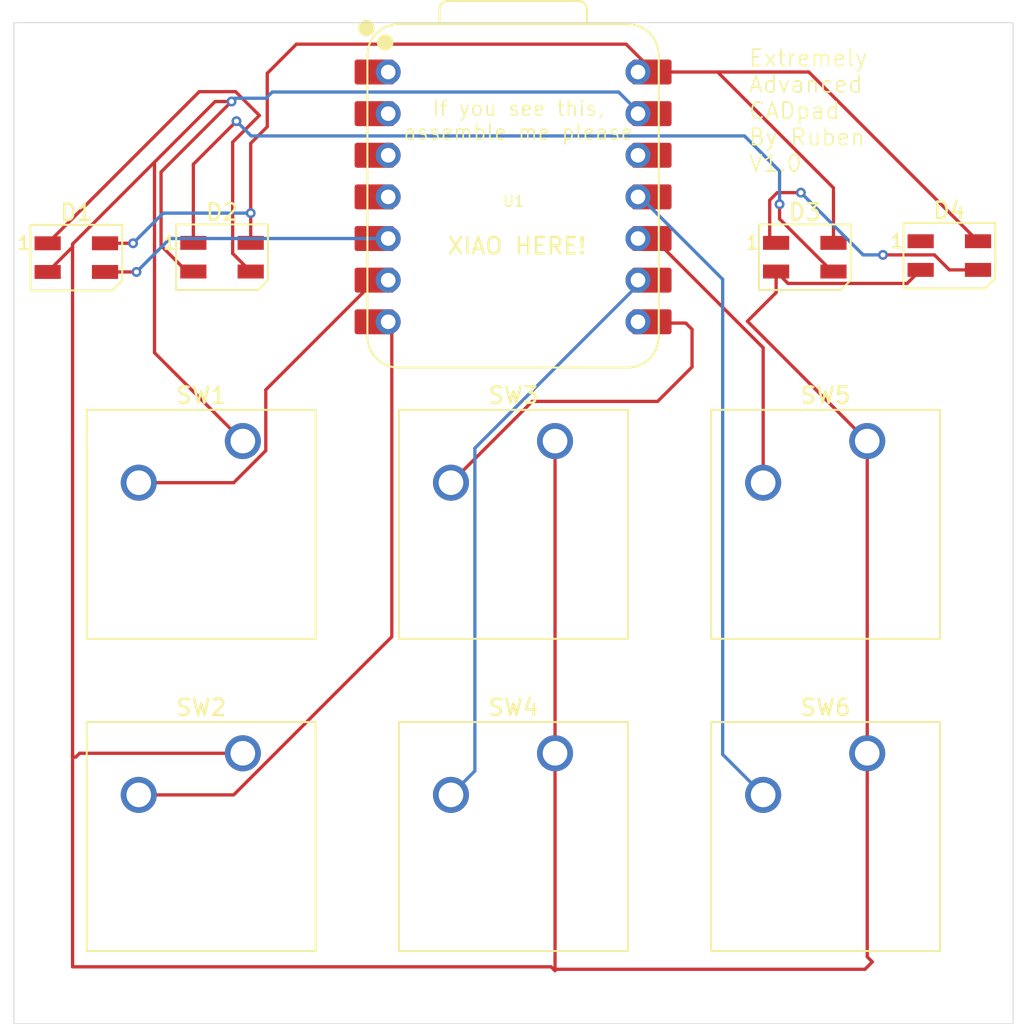
<source format=kicad_pcb>
(kicad_pcb (version 20241229) (generator "pcbnew") (generator_version "9.0")
  (layers (0 "F.Cu" signal) (2 "B.Cu" signal) (13 "F.Paste" user) (15 "B.Paste" user) (5 "F.SilkS" user "F.Silkscreen") (7 "B.SilkS" user "B.Silkscreen") (1 "F.Mask" user) (3 "B.Mask" user) (25 "Edge.Cuts" user))
  (net 0 "")
  (net 1 "Net-(D1-DIN)")
  (net 2 "Net-(D1-DOUT)")
  (net 3 "GND")
  (net 4 "Net-(U1-GPIO7{slash}SCL)")
  (net 5 "Net-(U1-GPIO0{slash}TX)")
  (net 6 "Net-(U1-GPIO1{slash}RX)")
  (net 7 "Net-(U1-GPIO2{slash}SCK)")
  (net 8 "Net-(U1-GPIO4{slash}MISO)")
  (net 9 "Net-(U1-GPIO3{slash}MOSI)")
  (net 13 "+5V")
  (net 16 "Net-(D2-DOUT)")
  (net 18 "Net-(D3-DOUT)")
  (footprint "Button_Switch_Keyboard:SW_Cherry_MX_1.00u_PCB" (layer "F.Cu") (at 53.34 45.72)
    (property "Reference" "SW3" (at -2.54 -2.794 0) (layer "F.SilkS"))
    (property "Value" "SW_Push")
    (fp_line (start -9.525 -1.905) (end 4.445 -1.905) (stroke (width 0.12)) (layer "F.SilkS"))
    (fp_line (start -9.525 12.065) (end -9.525 -1.905) (stroke (width 0.12)) (layer "F.SilkS"))
    (fp_line (start 4.445 -1.905) (end 4.445 12.065) (stroke (width 0.12)) (layer "F.SilkS"))
    (fp_line (start 4.445 12.065) (end -9.525 12.065) (stroke (width 0.12)) (layer "F.SilkS"))
    (pad "" np_thru_hole circle (at -7.62 5.08) (size 1.7 1.7) (drill 1.7) (layers "*.Cu" "*.Mask"))
    (pad "" np_thru_hole circle (at -2.54 5.08) (size 4 4) (drill 4) (layers "*.Cu" "*.Mask"))
    (pad "" np_thru_hole circle (at 2.54 5.08) (size 1.7 1.7) (drill 1.7) (layers "*.Cu" "*.Mask"))
    (pad "1" thru_hole circle (at 0 0) (size 2.2 2.2) (drill 1.5) (layers "*.Cu" "*.Mask") (net 3 "GND"))
    (pad "2" thru_hole circle (at -6.35 2.54) (size 2.2 2.2) (drill 1.5) (layers "*.Cu" "*.Mask") (net 6 "Net-(U1-GPIO1{slash}RX)"))
  )
  (footprint "Button_Switch_Keyboard:SW_Cherry_MX_1.00u_PCB" (layer "F.Cu") (at 34.29 45.72)
    (property "Reference" "SW1" (at -2.54 -2.794 0) (layer "F.SilkS"))
    (property "Value" "SW_Push")
    (fp_line (start -9.525 -1.905) (end 4.445 -1.905) (stroke (width 0.12)) (layer "F.SilkS"))
    (fp_line (start -9.525 12.065) (end -9.525 -1.905) (stroke (width 0.12)) (layer "F.SilkS"))
    (fp_line (start 4.445 -1.905) (end 4.445 12.065) (stroke (width 0.12)) (layer "F.SilkS"))
    (fp_line (start 4.445 12.065) (end -9.525 12.065) (stroke (width 0.12)) (layer "F.SilkS"))
    (pad "" np_thru_hole circle (at -7.62 5.08) (size 1.7 1.7) (drill 1.7) (layers "*.Cu" "*.Mask"))
    (pad "" np_thru_hole circle (at -2.54 5.08) (size 4 4) (drill 4) (layers "*.Cu" "*.Mask"))
    (pad "" np_thru_hole circle (at 2.54 5.08) (size 1.7 1.7) (drill 1.7) (layers "*.Cu" "*.Mask"))
    (pad "1" thru_hole circle (at 0 0) (size 2.2 2.2) (drill 1.5) (layers "*.Cu" "*.Mask") (net 3 "GND"))
    (pad "2" thru_hole circle (at -6.35 2.54) (size 2.2 2.2) (drill 1.5) (layers "*.Cu" "*.Mask") (net 4 "Net-(U1-GPIO7{slash}SCL)"))
  )
  (footprint "LED_SMD:LED_SK6812MINI_PLCC4_3.5x3.5mm_P1.75mm" (layer "F.Cu") (at 68.58 34.5)
    (property "Reference" "D3" (at 0 -2.75 0) (layer "F.SilkS"))
    (property "Value" "SK6812MINI")
    (fp_line (start -2.8 -2) (end -2.8 2) (stroke (width 0.12)) (layer "F.SilkS"))
    (fp_line (start -2.8 -2) (end 2.8 -2) (stroke (width 0.12)) (layer "F.SilkS"))
    (fp_line (start -2.8 2) (end 2.2 2) (stroke (width 0.12)) (layer "F.SilkS"))
    (fp_line (start 2.8 1.4) (end 2.2 2) (stroke (width 0.12)) (layer "F.SilkS"))
    (fp_line (start 2.8 1.4) (end 2.8 -2) (stroke (width 0.12)) (layer "F.SilkS"))
    (fp_text user "1" (at -3.2 -0.875 0) (layer "F.SilkS") (effects (font (size 0.8 0.8))))
    (pad "1" smd rect (at -1.75 -0.875) (size 1.6 0.85) (layers "F.Cu" "F.Mask" "F.Paste") (net 18 "Net-(D3-DOUT)"))
    (pad "2" smd rect (at -1.75 0.875) (size 1.6 0.85) (layers "F.Cu" "F.Mask" "F.Paste") (net 3 "GND"))
    (pad "3" smd rect (at 1.75 0.875) (size 1.6 0.85) (layers "F.Cu" "F.Mask" "F.Paste") (net 16 "Net-(D2-DOUT)"))
    (pad "4" smd rect (at 1.75 -0.875) (size 1.6 0.85) (layers "F.Cu" "F.Mask" "F.Paste") (net 13 "+5V"))
  )
  (footprint "Button_Switch_Keyboard:SW_Cherry_MX_1.00u_PCB" (layer "F.Cu") (at 72.39 64.77)
    (property "Reference" "SW6" (at -2.54 -2.794 0) (layer "F.SilkS"))
    (property "Value" "SW_Push")
    (fp_line (start -9.525 -1.905) (end 4.445 -1.905) (stroke (width 0.12)) (layer "F.SilkS"))
    (fp_line (start -9.525 12.065) (end -9.525 -1.905) (stroke (width 0.12)) (layer "F.SilkS"))
    (fp_line (start 4.445 -1.905) (end 4.445 12.065) (stroke (width 0.12)) (layer "F.SilkS"))
    (fp_line (start 4.445 12.065) (end -9.525 12.065) (stroke (width 0.12)) (layer "F.SilkS"))
    (pad "" np_thru_hole circle (at -7.62 5.08) (size 1.7 1.7) (drill 1.7) (layers "*.Cu" "*.Mask"))
    (pad "" np_thru_hole circle (at -2.54 5.08) (size 4 4) (drill 4) (layers "*.Cu" "*.Mask"))
    (pad "" np_thru_hole circle (at 2.54 5.08) (size 1.7 1.7) (drill 1.7) (layers "*.Cu" "*.Mask"))
    (pad "1" thru_hole circle (at 0 0) (size 2.2 2.2) (drill 1.5) (layers "*.Cu" "*.Mask") (net 3 "GND"))
    (pad "2" thru_hole circle (at -6.35 2.54) (size 2.2 2.2) (drill 1.5) (layers "*.Cu" "*.Mask") (net 9 "Net-(U1-GPIO3{slash}MOSI)"))
  )
  (footprint "Hackpad:XIAO-RP2040-DIP" (layer "F.Cu") (at 50.78 30.82)
    (property "Reference" "U1" (at 0.03 0.27 0) (layer "F.SilkS") (effects (font (size 0.635 0.635) (thickness 0.1016))))
    (property "Value" "XIAO-RP2040-DIP")
    (fp_line (start -8.89 8.509) (end -8.89 -8.636) (stroke (width 0.127)) (layer "F.SilkS"))
    (fp_line (start -6.985 10.414) (end 6.985 10.414) (stroke (width 0.127)) (layer "F.SilkS"))
    (fp_line (start -4.495 -10.541) (end -4.491272 -11.451272) (stroke (width 0.127)) (layer "F.SilkS"))
    (fp_line (start -3.991272 -11.951) (end 4.004 -11.951) (stroke (width 0.127)) (layer "F.SilkS"))
    (fp_line (start 4.504 -11.451) (end 4.504 -10.541) (stroke (width 0.127)) (layer "F.SilkS"))
    (fp_line (start 6.985 -10.541) (end -6.985 -10.541) (stroke (width 0.1)) (layer "F.SilkS"))
    (fp_line (start 6.985 -10.541) (end -6.985 -10.541) (stroke (width 0.127)) (layer "F.SilkS"))
    (fp_line (start 8.89 8.509) (end 8.89 -8.636) (stroke (width 0.127)) (layer "F.SilkS"))
    (fp_arc (start -8.89 -8.636) (mid -8.332038 -9.983038) (end -6.985 -10.541) (stroke (width 0.127)) (layer "F.SilkS"))
    (fp_arc (start -6.985 10.414) (mid -8.332038 9.856038) (end -8.89 8.509) (stroke (width 0.127)) (layer "F.SilkS"))
    (fp_arc (start -4.491272 -11.451272) (mid -4.344728 -11.80464) (end -3.991272 -11.951) (stroke (width 0.127)) (layer "F.SilkS"))
    (fp_arc (start 4.004 -11.951) (mid 4.357553 -11.804553) (end 4.504 -11.451) (stroke (width 0.127)) (layer "F.SilkS"))
    (fp_arc (start 6.985 -10.541) (mid 8.332038 -9.983038) (end 8.89 -8.636) (stroke (width 0.127)) (layer "F.SilkS"))
    (fp_arc (start 8.89 8.509) (mid 8.332038 9.856038) (end 6.985 10.414) (stroke (width 0.127)) (layer "F.SilkS"))
    (fp_circle (center -8.95 -10.3) (end -8.95 -10.554) (stroke (width 0.5)) (fill yes) (layer "F.SilkS"))
    (fp_circle (center -7.807 -9.42) (end -7.807 -9.674) (stroke (width 0.5)) (fill yes) (layer "F.SilkS"))
    (pad "1" smd roundrect (at -8.455 -7.62 180) (size 2.432 1.524) (layers "F.Cu" "F.Mask") (roundrect_rratio 0.1))
    (pad "1" thru_hole circle (at -7.62 -7.62 180) (size 1.524 1.524) (drill 0.889) (layers "*.Cu" "*.Mask"))
    (pad "2" smd roundrect (at -8.455 -5.08 180) (size 2.432 1.524) (layers "F.Cu" "F.Mask") (roundrect_rratio 0.1))
    (pad "2" thru_hole circle (at -7.62 -5.08 180) (size 1.524 1.524) (drill 0.889) (layers "*.Cu" "*.Mask"))
    (pad "3" smd roundrect (at -8.455 -2.54 180) (size 2.432 1.524) (layers "F.Cu" "F.Mask") (roundrect_rratio 0.1))
    (pad "3" thru_hole circle (at -7.62 -2.54 180) (size 1.524 1.524) (drill 0.889) (layers "*.Cu" "*.Mask"))
    (pad "4" smd roundrect (at -8.455 0 180) (size 2.432 1.524) (layers "F.Cu" "F.Mask") (roundrect_rratio 0.1))
    (pad "4" thru_hole circle (at -7.62 0 180) (size 1.524 1.524) (drill 0.889) (layers "*.Cu" "*.Mask"))
    (pad "5" smd roundrect (at -8.455 2.54 180) (size 2.432 1.524) (layers "F.Cu" "F.Mask") (roundrect_rratio 0.1) (net 1 "Net-(D1-DIN)"))
    (pad "5" thru_hole circle (at -7.62 2.54 180) (size 1.524 1.524) (drill 0.889) (layers "*.Cu" "*.Mask") (net 1 "Net-(D1-DIN)"))
    (pad "6" smd roundrect (at -8.455 5.08 180) (size 2.432 1.524) (layers "F.Cu" "F.Mask") (roundrect_rratio 0.1) (net 4 "Net-(U1-GPIO7{slash}SCL)"))
    (pad "6" thru_hole circle (at -7.62 5.08 180) (size 1.524 1.524) (drill 0.889) (layers "*.Cu" "*.Mask") (net 4 "Net-(U1-GPIO7{slash}SCL)"))
    (pad "7" smd roundrect (at -8.455 7.62 180) (size 2.432 1.524) (layers "F.Cu" "F.Mask") (roundrect_rratio 0.1) (net 5 "Net-(U1-GPIO0{slash}TX)"))
    (pad "7" thru_hole circle (at -7.62 7.62 180) (size 1.524 1.524) (drill 0.889) (layers "*.Cu" "*.Mask") (net 5 "Net-(U1-GPIO0{slash}TX)"))
    (pad "8" thru_hole circle (at 7.62 7.62) (size 1.524 1.524) (drill 0.889) (layers "*.Cu" "*.Mask") (net 6 "Net-(U1-GPIO1{slash}RX)"))
    (pad "8" smd roundrect (at 8.455 7.62) (size 2.432 1.524) (layers "F.Cu" "F.Mask") (roundrect_rratio 0.1) (net 6 "Net-(U1-GPIO1{slash}RX)"))
    (pad "9" thru_hole circle (at 7.62 5.08) (size 1.524 1.524) (drill 0.889) (layers "*.Cu" "*.Mask") (net 7 "Net-(U1-GPIO2{slash}SCK)"))
    (pad "9" smd roundrect (at 8.455 5.08) (size 2.432 1.524) (layers "F.Cu" "F.Mask") (roundrect_rratio 0.1) (net 7 "Net-(U1-GPIO2{slash}SCK)"))
    (pad "10" thru_hole circle (at 7.62 2.54) (size 1.524 1.524) (drill 0.889) (layers "*.Cu" "*.Mask") (net 8 "Net-(U1-GPIO4{slash}MISO)"))
    (pad "10" smd roundrect (at 8.455 2.54) (size 2.432 1.524) (layers "F.Cu" "F.Mask") (roundrect_rratio 0.1) (net 8 "Net-(U1-GPIO4{slash}MISO)"))
    (pad "11" thru_hole circle (at 7.62 0) (size 1.524 1.524) (drill 0.889) (layers "*.Cu" "*.Mask") (net 9 "Net-(U1-GPIO3{slash}MOSI)"))
    (pad "11" smd roundrect (at 8.455 0) (size 2.432 1.524) (layers "F.Cu" "F.Mask") (roundrect_rratio 0.1) (net 9 "Net-(U1-GPIO3{slash}MOSI)"))
    (pad "12" thru_hole circle (at 7.62 -2.54) (size 1.524 1.524) (drill 0.889) (layers "*.Cu" "*.Mask"))
    (pad "12" smd roundrect (at 8.455 -2.54) (size 2.432 1.524) (layers "F.Cu" "F.Mask") (roundrect_rratio 0.1))
    (pad "13" thru_hole circle (at 7.62 -5.08) (size 1.524 1.524) (drill 0.889) (layers "*.Cu" "*.Mask") (net 3 "GND"))
    (pad "13" smd roundrect (at 8.455 -5.08) (size 2.432 1.524) (layers "F.Cu" "F.Mask") (roundrect_rratio 0.1) (net 3 "GND"))
    (pad "14" thru_hole circle (at 7.62 -7.62) (size 1.524 1.524) (drill 0.889) (layers "*.Cu" "*.Mask") (net 13 "+5V"))
    (pad "14" smd roundrect (at 8.455 -7.62) (size 2.432 1.524) (layers "F.Cu" "F.Mask") (roundrect_rratio 0.1) (net 13 "+5V"))
  )
  (footprint "Button_Switch_Keyboard:SW_Cherry_MX_1.00u_PCB" (layer "F.Cu") (at 53.34 64.77)
    (property "Reference" "SW4" (at -2.54 -2.794 0) (layer "F.SilkS"))
    (property "Value" "SW_Push")
    (fp_line (start -9.525 -1.905) (end 4.445 -1.905) (stroke (width 0.12)) (layer "F.SilkS"))
    (fp_line (start -9.525 12.065) (end -9.525 -1.905) (stroke (width 0.12)) (layer "F.SilkS"))
    (fp_line (start 4.445 -1.905) (end 4.445 12.065) (stroke (width 0.12)) (layer "F.SilkS"))
    (fp_line (start 4.445 12.065) (end -9.525 12.065) (stroke (width 0.12)) (layer "F.SilkS"))
    (pad "" np_thru_hole circle (at -7.62 5.08) (size 1.7 1.7) (drill 1.7) (layers "*.Cu" "*.Mask"))
    (pad "" np_thru_hole circle (at -2.54 5.08) (size 4 4) (drill 4) (layers "*.Cu" "*.Mask"))
    (pad "" np_thru_hole circle (at 2.54 5.08) (size 1.7 1.7) (drill 1.7) (layers "*.Cu" "*.Mask"))
    (pad "1" thru_hole circle (at 0 0) (size 2.2 2.2) (drill 1.5) (layers "*.Cu" "*.Mask") (net 3 "GND"))
    (pad "2" thru_hole circle (at -6.35 2.54) (size 2.2 2.2) (drill 1.5) (layers "*.Cu" "*.Mask") (net 7 "Net-(U1-GPIO2{slash}SCK)"))
  )
  (footprint "LED_SMD:LED_SK6812MINI_PLCC4_3.5x3.5mm_P1.75mm" (layer "F.Cu") (at 33.02 34.5)
    (property "Reference" "D2" (at 0 -2.75 0) (layer "F.SilkS"))
    (property "Value" "SK6812MINI")
    (fp_line (start -2.8 -2) (end -2.8 2) (stroke (width 0.12)) (layer "F.SilkS"))
    (fp_line (start -2.8 -2) (end 2.8 -2) (stroke (width 0.12)) (layer "F.SilkS"))
    (fp_line (start -2.8 2) (end 2.2 2) (stroke (width 0.12)) (layer "F.SilkS"))
    (fp_line (start 2.8 1.4) (end 2.2 2) (stroke (width 0.12)) (layer "F.SilkS"))
    (fp_line (start 2.8 1.4) (end 2.8 -2) (stroke (width 0.12)) (layer "F.SilkS"))
    (fp_text user "1" (at -3.2 -0.875 0) (layer "F.SilkS") (effects (font (size 0.8 0.8))))
    (pad "1" smd rect (at -1.75 -0.875) (size 1.6 0.85) (layers "F.Cu" "F.Mask" "F.Paste") (net 16 "Net-(D2-DOUT)"))
    (pad "2" smd rect (at -1.75 0.875) (size 1.6 0.85) (layers "F.Cu" "F.Mask" "F.Paste") (net 3 "GND"))
    (pad "3" smd rect (at 1.75 0.875) (size 1.6 0.85) (layers "F.Cu" "F.Mask" "F.Paste") (net 2 "Net-(D1-DOUT)"))
    (pad "4" smd rect (at 1.75 -0.875) (size 1.6 0.85) (layers "F.Cu" "F.Mask" "F.Paste") (net 13 "+5V"))
  )
  (footprint "LED_SMD:LED_SK6812MINI_PLCC4_3.5x3.5mm_P1.75mm" (layer "F.Cu") (at 24.13 34.525)
    (property "Reference" "D1" (at 0 -2.75 0) (layer "F.SilkS"))
    (property "Value" "SK6812MINI")
    (fp_line (start -2.8 -2) (end -2.8 2) (stroke (width 0.12)) (layer "F.SilkS"))
    (fp_line (start -2.8 -2) (end 2.8 -2) (stroke (width 0.12)) (layer "F.SilkS"))
    (fp_line (start -2.8 2) (end 2.2 2) (stroke (width 0.12)) (layer "F.SilkS"))
    (fp_line (start 2.8 1.4) (end 2.2 2) (stroke (width 0.12)) (layer "F.SilkS"))
    (fp_line (start 2.8 1.4) (end 2.8 -2) (stroke (width 0.12)) (layer "F.SilkS"))
    (fp_text user "1" (at -3.2 -0.875 0) (layer "F.SilkS") (effects (font (size 0.8 0.8))))
    (pad "1" smd rect (at -1.75 -0.875) (size 1.6 0.85) (layers "F.Cu" "F.Mask" "F.Paste") (net 2 "Net-(D1-DOUT)"))
    (pad "2" smd rect (at -1.75 0.875) (size 1.6 0.85) (layers "F.Cu" "F.Mask" "F.Paste") (net 3 "GND"))
    (pad "3" smd rect (at 1.75 0.875) (size 1.6 0.85) (layers "F.Cu" "F.Mask" "F.Paste") (net 1 "Net-(D1-DIN)"))
    (pad "4" smd rect (at 1.75 -0.875) (size 1.6 0.85) (layers "F.Cu" "F.Mask" "F.Paste") (net 13 "+5V"))
  )
  (footprint "LED_SMD:LED_SK6812MINI_PLCC4_3.5x3.5mm_P1.75mm" (layer "F.Cu") (at 77.4 34.4)
    (property "Reference" "D4" (at 0 -2.75 0) (layer "F.SilkS"))
    (property "Value" "SK6812MINI")
    (fp_line (start -2.8 -2) (end -2.8 2) (stroke (width 0.12)) (layer "F.SilkS"))
    (fp_line (start -2.8 -2) (end 2.8 -2) (stroke (width 0.12)) (layer "F.SilkS"))
    (fp_line (start -2.8 2) (end 2.2 2) (stroke (width 0.12)) (layer "F.SilkS"))
    (fp_line (start 2.8 1.4) (end 2.2 2) (stroke (width 0.12)) (layer "F.SilkS"))
    (fp_line (start 2.8 1.4) (end 2.8 -2) (stroke (width 0.12)) (layer "F.SilkS"))
    (fp_text user "1" (at -3.2 -0.875 0) (layer "F.SilkS") (effects (font (size 0.8 0.8))))
    (pad "1" smd rect (at -1.75 -0.875) (size 1.6 0.85) (layers "F.Cu" "F.Mask" "F.Paste"))
    (pad "2" smd rect (at -1.75 0.875) (size 1.6 0.85) (layers "F.Cu" "F.Mask" "F.Paste") (net 3 "GND"))
    (pad "3" smd rect (at 1.75 0.875) (size 1.6 0.85) (layers "F.Cu" "F.Mask" "F.Paste") (net 18 "Net-(D3-DOUT)"))
    (pad "4" smd rect (at 1.75 -0.875) (size 1.6 0.85) (layers "F.Cu" "F.Mask" "F.Paste") (net 13 "+5V"))
  )
  (footprint "Button_Switch_Keyboard:SW_Cherry_MX_1.00u_PCB" (layer "F.Cu") (at 34.29 64.77)
    (property "Reference" "SW2" (at -2.54 -2.794 0) (layer "F.SilkS"))
    (property "Value" "SW_Push")
    (fp_line (start -9.525 -1.905) (end 4.445 -1.905) (stroke (width 0.12)) (layer "F.SilkS"))
    (fp_line (start -9.525 12.065) (end -9.525 -1.905) (stroke (width 0.12)) (layer "F.SilkS"))
    (fp_line (start 4.445 -1.905) (end 4.445 12.065) (stroke (width 0.12)) (layer "F.SilkS"))
    (fp_line (start 4.445 12.065) (end -9.525 12.065) (stroke (width 0.12)) (layer "F.SilkS"))
    (pad "" np_thru_hole circle (at -7.62 5.08) (size 1.7 1.7) (drill 1.7) (layers "*.Cu" "*.Mask"))
    (pad "" np_thru_hole circle (at -2.54 5.08) (size 4 4) (drill 4) (layers "*.Cu" "*.Mask"))
    (pad "" np_thru_hole circle (at 2.54 5.08) (size 1.7 1.7) (drill 1.7) (layers "*.Cu" "*.Mask"))
    (pad "1" thru_hole circle (at 0 0) (size 2.2 2.2) (drill 1.5) (layers "*.Cu" "*.Mask") (net 3 "GND"))
    (pad "2" thru_hole circle (at -6.35 2.54) (size 2.2 2.2) (drill 1.5) (layers "*.Cu" "*.Mask") (net 5 "Net-(U1-GPIO0{slash}TX)"))
  )
  (footprint "Button_Switch_Keyboard:SW_Cherry_MX_1.00u_PCB" (layer "F.Cu") (at 72.39 45.72)
    (property "Reference" "SW5" (at -2.54 -2.794 0) (layer "F.SilkS"))
    (property "Value" "SW_Push")
    (fp_line (start -9.525 -1.905) (end 4.445 -1.905) (stroke (width 0.12)) (layer "F.SilkS"))
    (fp_line (start -9.525 12.065) (end -9.525 -1.905) (stroke (width 0.12)) (layer "F.SilkS"))
    (fp_line (start 4.445 -1.905) (end 4.445 12.065) (stroke (width 0.12)) (layer "F.SilkS"))
    (fp_line (start 4.445 12.065) (end -9.525 12.065) (stroke (width 0.12)) (layer "F.SilkS"))
    (pad "" np_thru_hole circle (at -7.62 5.08) (size 1.7 1.7) (drill 1.7) (layers "*.Cu" "*.Mask"))
    (pad "" np_thru_hole circle (at -2.54 5.08) (size 4 4) (drill 4) (layers "*.Cu" "*.Mask"))
    (pad "" np_thru_hole circle (at 2.54 5.08) (size 1.7 1.7) (drill 1.7) (layers "*.Cu" "*.Mask"))
    (pad "1" thru_hole circle (at 0 0) (size 2.2 2.2) (drill 1.5) (layers "*.Cu" "*.Mask") (net 3 "GND"))
    (pad "2" thru_hole circle (at -6.35 2.54) (size 2.2 2.2) (drill 1.5) (layers "*.Cu" "*.Mask") (net 8 "Net-(U1-GPIO4{slash}MISO)"))
  )
  (gr_rect (start 20.32 20.19) (end 81.29 81.28) (stroke (width 0.05)) (fill no) (layer "Edge.Cuts"))
  (gr_text "If you see this,\nassemble me please" (at 51.1 24.9 0) (layer "F.SilkS") (effects (font (size 0.9 0.9) (thickness 0.1)) (justify top)))
  (gr_text "Extremely\nAdvanced\nCADpad\nBy Ruben\nV1.0" (at 65.1 29.37 0) (layer "F.SilkS") (effects (font (size 1 1) (thickness 0.1)) (justify left bottom)))
  (gr_text "XIAO HERE!" (at 46.7 34.4 0) (layer "F.SilkS") (effects (font (size 1 1)) (justify left bottom)))
  (segment (start 25.88 35.4) (end 27.8 35.4) (width 0.2) (layer "F.Cu") (net 1))
  (via (at 27.8 35.4) (size 0.6) (drill 0.3) (layers "F.Cu" "B.Cu") (net 1))
  (segment (start 27.8 35.4) (end 29.84 33.36) (width 0.2) (layer "B.Cu") (net 1))
  (segment (start 29.84 33.36) (end 43.16 33.36) (width 0.2) (layer "B.Cu") (net 1))
  (segment (start 31.631 24.399) (end 33.848943 24.399) (width 0.2) (layer "F.Cu") (net 2))
  (segment (start 33.669 34.274) (end 34.77 35.375) (width 0.2) (layer "F.Cu") (net 2))
  (segment (start 22.38 33.65) (end 31.631 24.399) (width 0.2) (layer "F.Cu") (net 2))
  (segment (start 33.669 27.481057) (end 33.669 34.274) (width 0.2) (layer "F.Cu") (net 2))
  (segment (start 33.848943 24.399) (end 35.3 25.850057) (width 0.2) (layer "F.Cu") (net 2))
  (segment (start 35.3 25.850057) (end 33.669 27.481057) (width 0.2) (layer "F.Cu") (net 2))
  (segment (start 30.875 35.375) (end 31.27 35.375) (width 0.2) (layer "F.Cu") (net 3))
  (segment (start 23.9 45.4) (end 23.9 64.8) (width 0.2) (layer "F.Cu") (net 3))
  (segment (start 23.9 64.8) (end 23.9 65) (width 0.2) (layer "F.Cu") (net 3))
  (segment (start 23.9 33.88) (end 23.9 33.7) (width 0.2) (layer "F.Cu") (net 3))
  (segment (start 29.3 29.3) (end 29.3 33.8) (width 0.2) (layer "F.Cu") (net 3))
  (segment (start 53.1 77.8) (end 53.25 77.95) (width 0.2) (layer "F.Cu") (net 3))
  (segment (start 53.25 77.95) (end 53.34 78.04) (width 0.2) (layer "F.Cu") (net 3))
  (segment (start 22.38 35.4) (end 23.9 33.88) (width 0.2) (layer "F.Cu") (net 3))
  (segment (start 28.935 40.365) (end 34.29 45.72) (width 0.2) (layer "F.Cu") (net 3))
  (segment (start 23.9 45.4) (end 23.9 33.88) (width 0.2) (layer "F.Cu") (net 3))
  (segment (start 29.3 33.8) (end 30.875 35.375) (width 0.2) (layer "F.Cu") (net 3))
  (segment (start 23.9 64.8) (end 23.9 77.8) (width 0.2) (layer "F.Cu") (net 3))
  (segment (start 23.9 77.8) (end 53.1 77.8) (width 0.2) (layer "F.Cu") (net 3))
  (segment (start 72.25 77.95) (end 72.7 77.5) (width 0.2) (layer "F.Cu") (net 3))
  (segment (start 67.556 36.101) (end 66.83 35.375) (width 0.2) (layer "F.Cu") (net 3))
  (segment (start 72.39 77.19) (end 72.39 64.77) (width 0.2) (layer "F.Cu") (net 3))
  (segment (start 66.83 36.66) (end 65.08 38.41) (width 0.2) (layer "F.Cu") (net 3))
  (segment (start 24.33 64.77) (end 34.29 64.77) (width 0.2) (layer "F.Cu") (net 3))
  (segment (start 72.39 64.77) (end 72.39 45.72) (width 0.2) (layer "F.Cu") (net 3))
  (segment (start 53.34 78.04) (end 53.34 64.77) (width 0.2) (layer "F.Cu") (net 3))
  (segment (start 28.9 40.33) (end 28.935 40.365) (width 0.2) (layer "F.Cu") (net 3))
  (segment (start 28.9 28.7) (end 28.9 40.33) (width 0.2) (layer "F.Cu") (net 3))
  (segment (start 32.6 25) (end 28.9 28.7) (width 0.2) (layer "F.Cu") (net 3))
  (segment (start 28.9 28.7) (end 23.9 33.7) (width 0.2) (layer "F.Cu") (net 3))
  (segment (start 33.6 25) (end 29.3 29.3) (width 0.2) (layer "F.Cu") (net 3))
  (segment (start 74.824 36.101) (end 67.556 36.101) (width 0.2) (layer "F.Cu") (net 3))
  (segment (start 33.6 25) (end 32.6 25) (width 0.2) (layer "F.Cu") (net 3))
  (segment (start 72.7 77.5) (end 72.39 77.19) (width 0.2) (layer "F.Cu") (net 3))
  (segment (start 53.25 77.95) (end 72.25 77.95) (width 0.2) (layer "F.Cu") (net 3))
  (segment (start 72.39 45.72) (end 65.08 38.41) (width 0.2) (layer "F.Cu") (net 3))
  (segment (start 53.34 64.77) (end 53.34 45.72) (width 0.2) (layer "F.Cu") (net 3))
  (segment (start 24.1 65) (end 24.33 64.77) (width 0.2) (layer "F.Cu") (net 3))
  (segment (start 23.9 65) (end 24.1 65) (width 0.2) (layer "F.Cu") (net 3))
  (segment (start 75.65 35.275) (end 74.824 36.101) (width 0.2) (layer "F.Cu") (net 3))
  (segment (start 66.83 35.375) (end 66.83 36.66) (width 0.2) (layer "F.Cu") (net 3))
  (via (at 33.6 25) (size 0.6) (drill 0.3) (layers "F.Cu" "B.Cu") (net 3))
  (segment (start 33.8 24.8) (end 33.6 25) (width 0.2) (layer "B.Cu") (net 3))
  (segment (start 35.7 24.8) (end 33.8 24.8) (width 0.2) (layer "B.Cu") (net 3))
  (segment (start 36.08 24.42) (end 35.7 24.8) (width 0.2) (layer "B.Cu") (net 3))
  (segment (start 58.62 25.82) (end 57.22 24.42) (width 0.2) (layer "B.Cu") (net 3))
  (segment (start 57.22 24.42) (end 36.08 24.42) (width 0.2) (layer "B.Cu") (net 3))
  (segment (start 42.30237 35.98) (end 35.691 42.59137) (width 0.2) (layer "F.Cu") (net 4))
  (segment (start 35.691 42.59137) (end 35.691 46.300314) (width 0.2) (layer "F.Cu") (net 4))
  (segment (start 35.691 46.300314) (end 33.731314 48.26) (width 0.2) (layer "F.Cu") (net 4))
  (segment (start 43.38 35.98) (end 42.30237 35.98) (width 0.2) (layer "F.Cu") (net 4))
  (segment (start 33.731314 48.26) (end 27.94 48.26) (width 0.2) (layer "F.Cu") (net 4))
  (segment (start 43.38 38.52) (end 43.38 57.661314) (width 0.2) (layer "F.Cu") (net 5))
  (segment (start 43.38 57.661314) (end 33.731314 67.31) (width 0.2) (layer "F.Cu") (net 5))
  (segment (start 33.731314 67.31) (end 27.94 67.31) (width 0.2) (layer "F.Cu") (net 5))
  (segment (start 58.62 38.52) (end 61.32 38.52) (width 0.2) (layer "F.Cu") (net 6))
  (segment (start 59.6 43.3) (end 51.95 43.3) (width 0.2) (layer "F.Cu") (net 6))
  (segment (start 59.455 38.52) (end 58.62 38.52) (width 0.2) (layer "F.Cu") (net 6))
  (segment (start 61.7 38.9) (end 61.7 41.2) (width 0.2) (layer "F.Cu") (net 6))
  (segment (start 51.95 43.3) (end 46.99 48.26) (width 0.2) (layer "F.Cu") (net 6))
  (segment (start 61.7 41.2) (end 59.6 43.3) (width 0.2) (layer "F.Cu") (net 6))
  (segment (start 61.32 38.52) (end 61.7 38.9) (width 0.2) (layer "F.Cu") (net 6))
  (segment (start 48.449 65.851) (end 46.99 67.31) (width 0.2) (layer "B.Cu") (net 7))
  (segment (start 48.449 46.151) (end 48.449 65.851) (width 0.2) (layer "B.Cu") (net 7))
  (segment (start 58.62 35.98) (end 48.449 46.151) (width 0.2) (layer "B.Cu") (net 7))
  (segment (start 66.04 40.025) (end 66.04 48.26) (width 0.2) (layer "F.Cu") (net 8))
  (segment (start 59.455 33.44) (end 66.04 40.025) (width 0.2) (layer "F.Cu") (net 8))
  (segment (start 63.569 35.849) (end 63.569 64.839) (width 0.2) (layer "B.Cu") (net 9))
  (segment (start 63.569 64.839) (end 66.04 67.31) (width 0.2) (layer "B.Cu") (net 9))
  (segment (start 58.62 30.9) (end 63.569 35.849) (width 0.2) (layer "B.Cu") (net 9))
  (segment (start 70.33 30.27) (end 70.33 33.625) (width 0.2) (layer "F.Cu") (net 13))
  (segment (start 57.675 21.5) (end 37.56 21.5) (width 0.2) (layer "F.Cu") (net 13))
  (segment (start 58.62 23.28) (end 59.69763 23.28) (width 0.2) (layer "F.Cu") (net 13))
  (segment (start 59.455 23.28) (end 57.675 21.5) (width 0.2) (layer "F.Cu") (net 13))
  (segment (start 35.78 26.54) (end 35.78 23.28) (width 0.2) (layer "F.Cu") (net 13))
  (segment (start 68.825 23.2) (end 79.15 33.525) (width 0.2) (layer "F.Cu") (net 13))
  (segment (start 34.77 27.55) (end 35.78 26.54) (width 0.2) (layer "F.Cu") (net 13))
  (segment (start 63.26 23.2) (end 68.825 23.2) (width 0.2) (layer "F.Cu") (net 13))
  (segment (start 63.26 23.2) (end 70.33 30.27) (width 0.2) (layer "F.Cu") (net 13))
  (segment (start 25.88 33.65) (end 27.59 33.65) (width 0.2) (layer "F.Cu") (net 13))
  (segment (start 59.235 23.2) (end 63.26 23.2) (width 0.2) (layer "F.Cu") (net 13))
  (segment (start 34.77 31.81) (end 34.77 33.625) (width 0.2) (layer "F.Cu") (net 13))
  (segment (start 34.77 31.81) (end 34.77 27.55) (width 0.2) (layer "F.Cu") (net 13))
  (segment (start 35.78 23.28) (end 37.56 21.5) (width 0.2) (layer "F.Cu") (net 13))
  (via (at 34.77 31.81) (size 0.6) (drill 0.3) (layers "F.Cu" "B.Cu") (net 13))
  (via (at 27.59 33.65) (size 0.6) (drill 0.3) (layers "F.Cu" "B.Cu") (net 13))
  (segment (start 29.43 31.81) (end 34.77 31.81) (width 0.2) (layer "B.Cu") (net 13))
  (segment (start 27.59 33.65) (end 29.43 31.81) (width 0.2) (layer "B.Cu") (net 13))
  (segment (start 67.04 31.27) (end 67.04 32.162) (width 0.2) (layer "F.Cu") (net 16))
  (segment (start 31.27 33.625) (end 31.27 28.83) (width 0.2) (layer "F.Cu") (net 16))
  (segment (start 70.253 35.375) (end 70.33 35.375) (width 0.2) (layer "F.Cu") (net 16))
  (segment (start 31.27 28.83) (end 33.9 26.2) (width 0.2) (layer "F.Cu") (net 16))
  (segment (start 67.04 32.162) (end 70.253 35.375) (width 0.2) (layer "F.Cu") (net 16))
  (via (at 33.9 26.2) (size 0.6) (drill 0.3) (layers "F.Cu" "B.Cu") (net 16))
  (via (at 67.04 31.27) (size 0.6) (drill 0.3) (layers "F.Cu" "B.Cu") (net 16))
  (segment (start 64.9 27.1) (end 34.8 27.1) (width 0.2) (layer "B.Cu") (net 16))
  (segment (start 67.04 29.24) (end 67.04 31.27) (width 0.2) (layer "B.Cu") (net 16))
  (segment (start 64.9 27.1) (end 67.04 29.24) (width 0.2) (layer "B.Cu") (net 16))
  (segment (start 34.8 27.1) (end 33.9 26.2) (width 0.2) (layer "B.Cu") (net 16))
  (segment (start 73.35 34.36) (end 76.49 34.36) (width 0.2) (layer "F.Cu") (net 18))
  (segment (start 77.405 35.275) (end 79.15 35.275) (width 0.2) (layer "F.Cu") (net 18))
  (segment (start 66.439 31.021057) (end 66.900057 30.56) (width 0.2) (layer "F.Cu") (net 18))
  (segment (start 66.439 33.234) (end 66.439 31.021057) (width 0.2) (layer "F.Cu") (net 18))
  (segment (start 76.49 34.36) (end 77.405 35.275) (width 0.2) (layer "F.Cu") (net 18))
  (segment (start 66.83 33.625) (end 66.439 33.234) (width 0.2) (layer "F.Cu") (net 18))
  (segment (start 66.900057 30.56) (end 68.34 30.56) (width 0.2) (layer "F.Cu") (net 18))
  (via (at 73.35 34.36) (size 0.6) (drill 0.3) (layers "F.Cu" "B.Cu") (net 18))
  (via (at 68.34 30.56) (size 0.6) (drill 0.3) (layers "F.Cu" "B.Cu") (net 18))
  (segment (start 72.14 34.36) (end 73.35 34.36) (width 0.2) (layer "B.Cu") (net 18))
  (segment (start 68.34 30.56) (end 72.14 34.36) (width 0.2) (layer "B.Cu") (net 18))
)
</source>
